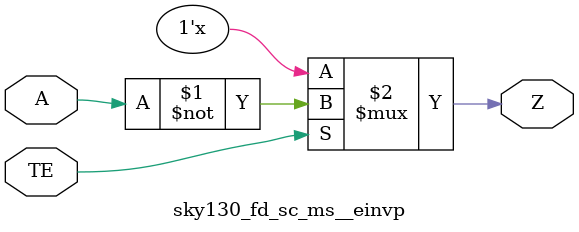
<source format=v>
/*
 * Copyright 2020 The SkyWater PDK Authors
 *
 * Licensed under the Apache License, Version 2.0 (the "License");
 * you may not use this file except in compliance with the License.
 * You may obtain a copy of the License at
 *
 *     https://www.apache.org/licenses/LICENSE-2.0
 *
 * Unless required by applicable law or agreed to in writing, software
 * distributed under the License is distributed on an "AS IS" BASIS,
 * WITHOUT WARRANTIES OR CONDITIONS OF ANY KIND, either express or implied.
 * See the License for the specific language governing permissions and
 * limitations under the License.
 *
 * SPDX-License-Identifier: Apache-2.0
*/


`ifndef SKY130_FD_SC_MS__EINVP_FUNCTIONAL_V
`define SKY130_FD_SC_MS__EINVP_FUNCTIONAL_V

/**
 * einvp: Tri-state inverter, positive enable.
 *
 * Verilog simulation functional model.
 */

`timescale 1ns / 1ps
`default_nettype none

`celldefine
module sky130_fd_sc_ms__einvp (
    Z ,
    A ,
    TE
);

    // Module ports
    output Z ;
    input  A ;
    input  TE;

    //     Name     Output  Other arguments
    notif1 notif10 (Z     , A, TE          );

endmodule
`endcelldefine

`default_nettype wire
`endif  // SKY130_FD_SC_MS__EINVP_FUNCTIONAL_V

</source>
